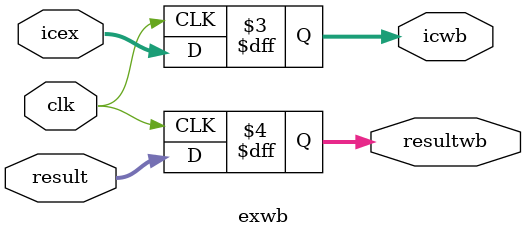
<source format=v>
`timescale 1ns / 1ps

module exwb(
    input clk,
    input [31:0] icex,
    output reg [31:0] icwb,
    input [15:0] result,
    output reg [15:0] resultwb
    );

initial begin
    icwb<=32'b0;
    resultwb<=16'b0;
end
    
always@(posedge clk) begin
    icwb<=icex;
    resultwb<=result;
end    
endmodule

</source>
